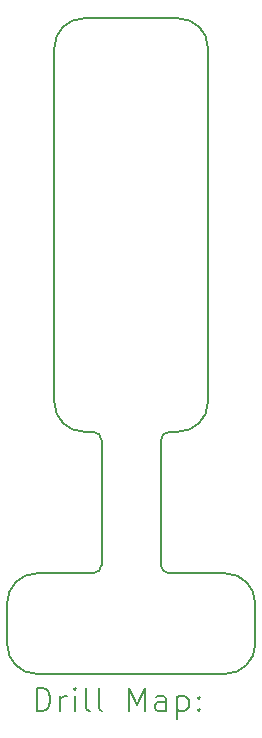
<source format=gbr>
%FSLAX45Y45*%
G04 Gerber Fmt 4.5, Leading zero omitted, Abs format (unit mm)*
G04 Created by KiCad (PCBNEW 6.0.5-a6ca702e91~116~ubuntu20.04.1) date 2022-06-20 08:29:19*
%MOMM*%
%LPD*%
G01*
G04 APERTURE LIST*
%TA.AperFunction,Profile*%
%ADD10C,0.150000*%
%TD*%
%ADD11C,0.200000*%
G04 APERTURE END LIST*
D10*
X10250000Y-9150000D02*
X10725000Y-9150000D01*
X12100000Y-9750000D02*
X12100000Y-9400000D01*
X10650000Y-4450000D02*
X11450000Y-4450000D01*
X10400000Y-7700000D02*
X10400000Y-4700000D01*
X11375000Y-9150000D02*
X11850000Y-9150000D01*
X11300000Y-9075000D02*
G75*
G03*
X11375000Y-9150000I75000J0D01*
G01*
X10725000Y-9150000D02*
G75*
G03*
X10800000Y-9075000I0J75000D01*
G01*
X10800000Y-8025000D02*
X10800000Y-9075000D01*
X11300000Y-8025000D02*
X11300000Y-9075000D01*
X11375000Y-7950000D02*
G75*
G03*
X11300000Y-8025000I0J-75000D01*
G01*
X10800000Y-8025000D02*
G75*
G03*
X10725000Y-7950000I-75000J0D01*
G01*
X10650000Y-7950000D02*
X10725000Y-7950000D01*
X11375000Y-7950000D02*
X11450000Y-7950000D01*
X10400000Y-7700000D02*
G75*
G03*
X10650000Y-7950000I250000J0D01*
G01*
X11450000Y-7950000D02*
G75*
G03*
X11700000Y-7700000I0J250000D01*
G01*
X11700000Y-7700000D02*
X11700000Y-4700000D01*
X10650000Y-4450000D02*
G75*
G03*
X10400000Y-4700000I0J-250000D01*
G01*
X11700000Y-4700000D02*
G75*
G03*
X11450000Y-4450000I-250000J0D01*
G01*
X12100000Y-9400000D02*
G75*
G03*
X11850000Y-9150000I-250000J0D01*
G01*
X10250000Y-9150000D02*
G75*
G03*
X10000000Y-9400000I0J-250000D01*
G01*
X10000000Y-9750000D02*
X10000000Y-9400000D01*
X10000000Y-9750000D02*
G75*
G03*
X10250000Y-10000000I250000J0D01*
G01*
X10250000Y-10000000D02*
X11850000Y-10000000D01*
X11850000Y-10000000D02*
G75*
G03*
X12100000Y-9750000I0J250000D01*
G01*
D11*
X10250119Y-10317976D02*
X10250119Y-10117976D01*
X10297738Y-10117976D01*
X10326310Y-10127500D01*
X10345357Y-10146548D01*
X10354881Y-10165595D01*
X10364405Y-10203690D01*
X10364405Y-10232262D01*
X10354881Y-10270357D01*
X10345357Y-10289405D01*
X10326310Y-10308452D01*
X10297738Y-10317976D01*
X10250119Y-10317976D01*
X10450119Y-10317976D02*
X10450119Y-10184643D01*
X10450119Y-10222738D02*
X10459643Y-10203690D01*
X10469167Y-10194167D01*
X10488214Y-10184643D01*
X10507262Y-10184643D01*
X10573929Y-10317976D02*
X10573929Y-10184643D01*
X10573929Y-10117976D02*
X10564405Y-10127500D01*
X10573929Y-10137024D01*
X10583452Y-10127500D01*
X10573929Y-10117976D01*
X10573929Y-10137024D01*
X10697738Y-10317976D02*
X10678690Y-10308452D01*
X10669167Y-10289405D01*
X10669167Y-10117976D01*
X10802500Y-10317976D02*
X10783452Y-10308452D01*
X10773929Y-10289405D01*
X10773929Y-10117976D01*
X11031071Y-10317976D02*
X11031071Y-10117976D01*
X11097738Y-10260833D01*
X11164405Y-10117976D01*
X11164405Y-10317976D01*
X11345357Y-10317976D02*
X11345357Y-10213214D01*
X11335833Y-10194167D01*
X11316786Y-10184643D01*
X11278690Y-10184643D01*
X11259643Y-10194167D01*
X11345357Y-10308452D02*
X11326309Y-10317976D01*
X11278690Y-10317976D01*
X11259643Y-10308452D01*
X11250119Y-10289405D01*
X11250119Y-10270357D01*
X11259643Y-10251310D01*
X11278690Y-10241786D01*
X11326309Y-10241786D01*
X11345357Y-10232262D01*
X11440595Y-10184643D02*
X11440595Y-10384643D01*
X11440595Y-10194167D02*
X11459643Y-10184643D01*
X11497738Y-10184643D01*
X11516786Y-10194167D01*
X11526309Y-10203690D01*
X11535833Y-10222738D01*
X11535833Y-10279881D01*
X11526309Y-10298929D01*
X11516786Y-10308452D01*
X11497738Y-10317976D01*
X11459643Y-10317976D01*
X11440595Y-10308452D01*
X11621548Y-10298929D02*
X11631071Y-10308452D01*
X11621548Y-10317976D01*
X11612024Y-10308452D01*
X11621548Y-10298929D01*
X11621548Y-10317976D01*
X11621548Y-10194167D02*
X11631071Y-10203690D01*
X11621548Y-10213214D01*
X11612024Y-10203690D01*
X11621548Y-10194167D01*
X11621548Y-10213214D01*
M02*

</source>
